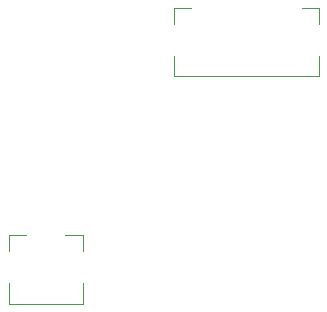
<source format=gbo>
G04 #@! TF.GenerationSoftware,KiCad,Pcbnew,7.0.6*
G04 #@! TF.CreationDate,2023-09-14T19:31:32+09:00*
G04 #@! TF.ProjectId,SmaCon,536d6143-6f6e-42e6-9b69-6361645f7063,V2.0*
G04 #@! TF.SameCoordinates,Original*
G04 #@! TF.FileFunction,Legend,Bot*
G04 #@! TF.FilePolarity,Positive*
%FSLAX46Y46*%
G04 Gerber Fmt 4.6, Leading zero omitted, Abs format (unit mm)*
G04 Created by KiCad (PCBNEW 7.0.6) date 2023-09-14 19:31:32*
%MOMM*%
%LPD*%
G01*
G04 APERTURE LIST*
%ADD10C,0.120000*%
G04 APERTURE END LIST*
D10*
X-13850000Y-39550000D02*
X-13850000Y-40890000D01*
X-13850000Y-43610000D02*
X-13850000Y-45350000D01*
X-13850000Y-45350000D02*
X-20150000Y-45350000D01*
X-15340000Y-39550000D02*
X-13850000Y-39550000D01*
X-18660000Y-39550000D02*
X-20150000Y-39550000D01*
X-20150000Y-39550000D02*
X-20150000Y-40890000D01*
X-20150000Y-45350000D02*
X-20150000Y-43610000D01*
X6150000Y-20300000D02*
X6150000Y-21640000D01*
X6150000Y-24360000D02*
X6150000Y-26100000D01*
X6150000Y-26100000D02*
X-6150000Y-26100000D01*
X4660000Y-20300000D02*
X6150000Y-20300000D01*
X-4660000Y-20300000D02*
X-6150000Y-20300000D01*
X-6150000Y-20300000D02*
X-6150000Y-21640000D01*
X-6150000Y-26100000D02*
X-6150000Y-24360000D01*
M02*

</source>
